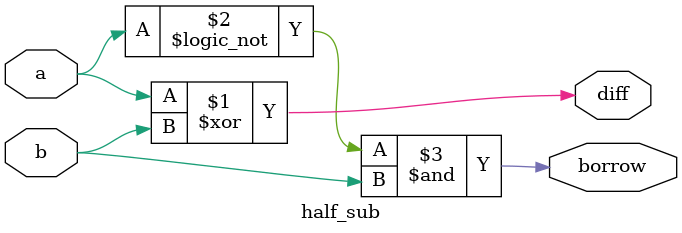
<source format=sv>
module half_sub
(
    input wire a, b,
    output wire diff, borrow
);

assign diff = a ^ b;
assign borrow = !a & b;

endmodule


</source>
